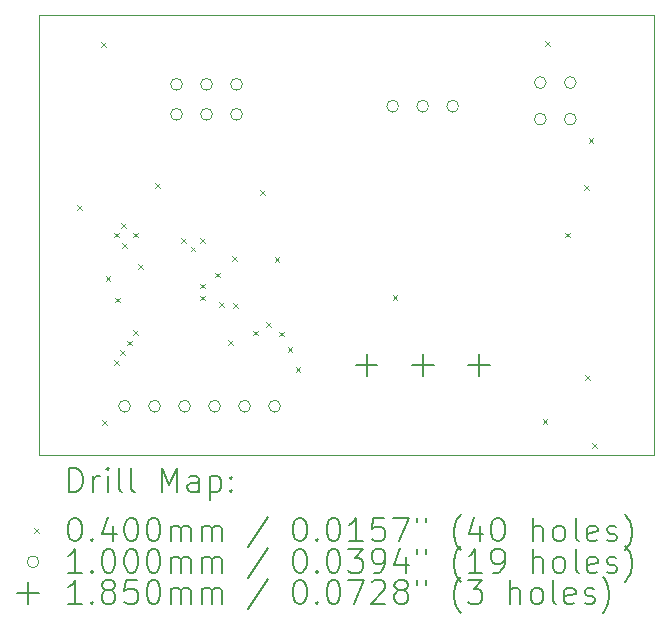
<source format=gbr>
%FSLAX45Y45*%
G04 Gerber Fmt 4.5, Leading zero omitted, Abs format (unit mm)*
G04 Created by KiCad (PCBNEW (6.0.1)) date 2022-09-26 11:52:51*
%MOMM*%
%LPD*%
G01*
G04 APERTURE LIST*
%TA.AperFunction,Profile*%
%ADD10C,0.100000*%
%TD*%
%ADD11C,0.200000*%
%ADD12C,0.040000*%
%ADD13C,0.100000*%
%ADD14C,0.185000*%
G04 APERTURE END LIST*
D10*
X16060000Y-7020000D02*
X21260000Y-7020000D01*
X21260000Y-7020000D02*
X21260000Y-10740000D01*
X21260000Y-10740000D02*
X16060000Y-10740000D01*
X16060000Y-10740000D02*
X16060000Y-7020000D01*
D11*
D12*
X16380000Y-8630000D02*
X16420000Y-8670000D01*
X16420000Y-8630000D02*
X16380000Y-8670000D01*
X16580000Y-7250000D02*
X16620000Y-7290000D01*
X16620000Y-7250000D02*
X16580000Y-7290000D01*
X16590000Y-10450000D02*
X16630000Y-10490000D01*
X16630000Y-10450000D02*
X16590000Y-10490000D01*
X16620000Y-9230000D02*
X16660000Y-9270000D01*
X16660000Y-9230000D02*
X16620000Y-9270000D01*
X16690000Y-8860000D02*
X16730000Y-8900000D01*
X16730000Y-8860000D02*
X16690000Y-8900000D01*
X16690000Y-9940000D02*
X16730000Y-9980000D01*
X16730000Y-9940000D02*
X16690000Y-9980000D01*
X16700000Y-9410000D02*
X16740000Y-9450000D01*
X16740000Y-9410000D02*
X16700000Y-9450000D01*
X16743000Y-9855200D02*
X16783000Y-9895200D01*
X16783000Y-9855200D02*
X16743000Y-9895200D01*
X16750000Y-8780000D02*
X16790000Y-8820000D01*
X16790000Y-8780000D02*
X16750000Y-8820000D01*
X16760000Y-8950000D02*
X16800000Y-8990000D01*
X16800000Y-8950000D02*
X16760000Y-8990000D01*
X16803406Y-9775506D02*
X16843406Y-9815506D01*
X16843406Y-9775506D02*
X16803406Y-9815506D01*
X16850000Y-8860000D02*
X16890000Y-8900000D01*
X16890000Y-8860000D02*
X16850000Y-8900000D01*
X16851255Y-9687697D02*
X16891255Y-9727697D01*
X16891255Y-9687697D02*
X16851255Y-9727697D01*
X16895000Y-9127690D02*
X16935000Y-9167690D01*
X16935000Y-9127690D02*
X16895000Y-9167690D01*
X17040000Y-8440000D02*
X17080000Y-8480000D01*
X17080000Y-8440000D02*
X17040000Y-8480000D01*
X17260000Y-8910000D02*
X17300000Y-8950000D01*
X17300000Y-8910000D02*
X17260000Y-8950000D01*
X17340000Y-8980000D02*
X17380000Y-9020000D01*
X17380000Y-8980000D02*
X17340000Y-9020000D01*
X17420000Y-8910000D02*
X17460000Y-8950000D01*
X17460000Y-8910000D02*
X17420000Y-8950000D01*
X17420000Y-9292500D02*
X17460000Y-9332500D01*
X17460000Y-9292500D02*
X17420000Y-9332500D01*
X17421265Y-9393765D02*
X17461265Y-9433765D01*
X17461265Y-9393765D02*
X17421265Y-9433765D01*
X17550000Y-9200000D02*
X17590000Y-9240000D01*
X17590000Y-9200000D02*
X17550000Y-9240000D01*
X17580000Y-9450000D02*
X17620000Y-9490000D01*
X17620000Y-9450000D02*
X17580000Y-9490000D01*
X17660000Y-9770000D02*
X17700000Y-9810000D01*
X17700000Y-9770000D02*
X17660000Y-9810000D01*
X17690000Y-9060000D02*
X17730000Y-9100000D01*
X17730000Y-9060000D02*
X17690000Y-9100000D01*
X17700000Y-9460000D02*
X17740000Y-9500000D01*
X17740000Y-9460000D02*
X17700000Y-9500000D01*
X17870000Y-9690000D02*
X17910000Y-9730000D01*
X17910000Y-9690000D02*
X17870000Y-9730000D01*
X17930000Y-8500000D02*
X17970000Y-8540000D01*
X17970000Y-8500000D02*
X17930000Y-8540000D01*
X17980000Y-9620000D02*
X18020000Y-9660000D01*
X18020000Y-9620000D02*
X17980000Y-9660000D01*
X18050000Y-9070000D02*
X18090000Y-9110000D01*
X18090000Y-9070000D02*
X18050000Y-9110000D01*
X18090000Y-9700000D02*
X18130000Y-9740000D01*
X18130000Y-9700000D02*
X18090000Y-9740000D01*
X18160000Y-9830000D02*
X18200000Y-9870000D01*
X18200000Y-9830000D02*
X18160000Y-9870000D01*
X18228735Y-10001265D02*
X18268735Y-10041265D01*
X18268735Y-10001265D02*
X18228735Y-10041265D01*
X19050000Y-9390000D02*
X19090000Y-9430000D01*
X19090000Y-9390000D02*
X19050000Y-9430000D01*
X20320000Y-10440000D02*
X20360000Y-10480000D01*
X20360000Y-10440000D02*
X20320000Y-10480000D01*
X20340000Y-7240000D02*
X20380000Y-7280000D01*
X20380000Y-7240000D02*
X20340000Y-7280000D01*
X20510000Y-8860000D02*
X20550000Y-8900000D01*
X20550000Y-8860000D02*
X20510000Y-8900000D01*
X20672500Y-8460000D02*
X20712500Y-8500000D01*
X20712500Y-8460000D02*
X20672500Y-8500000D01*
X20680000Y-10070000D02*
X20720000Y-10110000D01*
X20720000Y-10070000D02*
X20680000Y-10110000D01*
X20710000Y-8060000D02*
X20750000Y-8100000D01*
X20750000Y-8060000D02*
X20710000Y-8100000D01*
X20740000Y-10640000D02*
X20780000Y-10680000D01*
X20780000Y-10640000D02*
X20740000Y-10680000D01*
D13*
X16830000Y-10330000D02*
G75*
G03*
X16830000Y-10330000I-50000J0D01*
G01*
X17084000Y-10330000D02*
G75*
G03*
X17084000Y-10330000I-50000J0D01*
G01*
X17270000Y-7606000D02*
G75*
G03*
X17270000Y-7606000I-50000J0D01*
G01*
X17270000Y-7860000D02*
G75*
G03*
X17270000Y-7860000I-50000J0D01*
G01*
X17338000Y-10330000D02*
G75*
G03*
X17338000Y-10330000I-50000J0D01*
G01*
X17524000Y-7606000D02*
G75*
G03*
X17524000Y-7606000I-50000J0D01*
G01*
X17524000Y-7860000D02*
G75*
G03*
X17524000Y-7860000I-50000J0D01*
G01*
X17592000Y-10330000D02*
G75*
G03*
X17592000Y-10330000I-50000J0D01*
G01*
X17778000Y-7606000D02*
G75*
G03*
X17778000Y-7606000I-50000J0D01*
G01*
X17778000Y-7860000D02*
G75*
G03*
X17778000Y-7860000I-50000J0D01*
G01*
X17846000Y-10330000D02*
G75*
G03*
X17846000Y-10330000I-50000J0D01*
G01*
X18100000Y-10330000D02*
G75*
G03*
X18100000Y-10330000I-50000J0D01*
G01*
X19100000Y-7790000D02*
G75*
G03*
X19100000Y-7790000I-50000J0D01*
G01*
X19354000Y-7790000D02*
G75*
G03*
X19354000Y-7790000I-50000J0D01*
G01*
X19608000Y-7790000D02*
G75*
G03*
X19608000Y-7790000I-50000J0D01*
G01*
X20350000Y-7590000D02*
G75*
G03*
X20350000Y-7590000I-50000J0D01*
G01*
X20350000Y-7900000D02*
G75*
G03*
X20350000Y-7900000I-50000J0D01*
G01*
X20604000Y-7590000D02*
G75*
G03*
X20604000Y-7590000I-50000J0D01*
G01*
X20604000Y-7900000D02*
G75*
G03*
X20604000Y-7900000I-50000J0D01*
G01*
D14*
X18829000Y-9889700D02*
X18829000Y-10074700D01*
X18736500Y-9982200D02*
X18921500Y-9982200D01*
X19304000Y-9889700D02*
X19304000Y-10074700D01*
X19211500Y-9982200D02*
X19396500Y-9982200D01*
X19779000Y-9889700D02*
X19779000Y-10074700D01*
X19686500Y-9982200D02*
X19871500Y-9982200D01*
D11*
X16312619Y-11055476D02*
X16312619Y-10855476D01*
X16360238Y-10855476D01*
X16388809Y-10865000D01*
X16407857Y-10884048D01*
X16417381Y-10903095D01*
X16426905Y-10941190D01*
X16426905Y-10969762D01*
X16417381Y-11007857D01*
X16407857Y-11026905D01*
X16388809Y-11045952D01*
X16360238Y-11055476D01*
X16312619Y-11055476D01*
X16512619Y-11055476D02*
X16512619Y-10922143D01*
X16512619Y-10960238D02*
X16522143Y-10941190D01*
X16531667Y-10931667D01*
X16550714Y-10922143D01*
X16569762Y-10922143D01*
X16636428Y-11055476D02*
X16636428Y-10922143D01*
X16636428Y-10855476D02*
X16626905Y-10865000D01*
X16636428Y-10874524D01*
X16645952Y-10865000D01*
X16636428Y-10855476D01*
X16636428Y-10874524D01*
X16760238Y-11055476D02*
X16741190Y-11045952D01*
X16731667Y-11026905D01*
X16731667Y-10855476D01*
X16865000Y-11055476D02*
X16845952Y-11045952D01*
X16836429Y-11026905D01*
X16836429Y-10855476D01*
X17093571Y-11055476D02*
X17093571Y-10855476D01*
X17160238Y-10998333D01*
X17226905Y-10855476D01*
X17226905Y-11055476D01*
X17407857Y-11055476D02*
X17407857Y-10950714D01*
X17398333Y-10931667D01*
X17379286Y-10922143D01*
X17341190Y-10922143D01*
X17322143Y-10931667D01*
X17407857Y-11045952D02*
X17388810Y-11055476D01*
X17341190Y-11055476D01*
X17322143Y-11045952D01*
X17312619Y-11026905D01*
X17312619Y-11007857D01*
X17322143Y-10988810D01*
X17341190Y-10979286D01*
X17388810Y-10979286D01*
X17407857Y-10969762D01*
X17503095Y-10922143D02*
X17503095Y-11122143D01*
X17503095Y-10931667D02*
X17522143Y-10922143D01*
X17560238Y-10922143D01*
X17579286Y-10931667D01*
X17588810Y-10941190D01*
X17598333Y-10960238D01*
X17598333Y-11017381D01*
X17588810Y-11036429D01*
X17579286Y-11045952D01*
X17560238Y-11055476D01*
X17522143Y-11055476D01*
X17503095Y-11045952D01*
X17684048Y-11036429D02*
X17693571Y-11045952D01*
X17684048Y-11055476D01*
X17674524Y-11045952D01*
X17684048Y-11036429D01*
X17684048Y-11055476D01*
X17684048Y-10931667D02*
X17693571Y-10941190D01*
X17684048Y-10950714D01*
X17674524Y-10941190D01*
X17684048Y-10931667D01*
X17684048Y-10950714D01*
D12*
X16015000Y-11365000D02*
X16055000Y-11405000D01*
X16055000Y-11365000D02*
X16015000Y-11405000D01*
D11*
X16350714Y-11275476D02*
X16369762Y-11275476D01*
X16388809Y-11285000D01*
X16398333Y-11294524D01*
X16407857Y-11313571D01*
X16417381Y-11351667D01*
X16417381Y-11399286D01*
X16407857Y-11437381D01*
X16398333Y-11456428D01*
X16388809Y-11465952D01*
X16369762Y-11475476D01*
X16350714Y-11475476D01*
X16331667Y-11465952D01*
X16322143Y-11456428D01*
X16312619Y-11437381D01*
X16303095Y-11399286D01*
X16303095Y-11351667D01*
X16312619Y-11313571D01*
X16322143Y-11294524D01*
X16331667Y-11285000D01*
X16350714Y-11275476D01*
X16503095Y-11456428D02*
X16512619Y-11465952D01*
X16503095Y-11475476D01*
X16493571Y-11465952D01*
X16503095Y-11456428D01*
X16503095Y-11475476D01*
X16684048Y-11342143D02*
X16684048Y-11475476D01*
X16636428Y-11265952D02*
X16588809Y-11408809D01*
X16712619Y-11408809D01*
X16826905Y-11275476D02*
X16845952Y-11275476D01*
X16865000Y-11285000D01*
X16874524Y-11294524D01*
X16884048Y-11313571D01*
X16893571Y-11351667D01*
X16893571Y-11399286D01*
X16884048Y-11437381D01*
X16874524Y-11456428D01*
X16865000Y-11465952D01*
X16845952Y-11475476D01*
X16826905Y-11475476D01*
X16807857Y-11465952D01*
X16798333Y-11456428D01*
X16788810Y-11437381D01*
X16779286Y-11399286D01*
X16779286Y-11351667D01*
X16788810Y-11313571D01*
X16798333Y-11294524D01*
X16807857Y-11285000D01*
X16826905Y-11275476D01*
X17017381Y-11275476D02*
X17036429Y-11275476D01*
X17055476Y-11285000D01*
X17065000Y-11294524D01*
X17074524Y-11313571D01*
X17084048Y-11351667D01*
X17084048Y-11399286D01*
X17074524Y-11437381D01*
X17065000Y-11456428D01*
X17055476Y-11465952D01*
X17036429Y-11475476D01*
X17017381Y-11475476D01*
X16998333Y-11465952D01*
X16988810Y-11456428D01*
X16979286Y-11437381D01*
X16969762Y-11399286D01*
X16969762Y-11351667D01*
X16979286Y-11313571D01*
X16988810Y-11294524D01*
X16998333Y-11285000D01*
X17017381Y-11275476D01*
X17169762Y-11475476D02*
X17169762Y-11342143D01*
X17169762Y-11361190D02*
X17179286Y-11351667D01*
X17198333Y-11342143D01*
X17226905Y-11342143D01*
X17245952Y-11351667D01*
X17255476Y-11370714D01*
X17255476Y-11475476D01*
X17255476Y-11370714D02*
X17265000Y-11351667D01*
X17284048Y-11342143D01*
X17312619Y-11342143D01*
X17331667Y-11351667D01*
X17341190Y-11370714D01*
X17341190Y-11475476D01*
X17436429Y-11475476D02*
X17436429Y-11342143D01*
X17436429Y-11361190D02*
X17445952Y-11351667D01*
X17465000Y-11342143D01*
X17493571Y-11342143D01*
X17512619Y-11351667D01*
X17522143Y-11370714D01*
X17522143Y-11475476D01*
X17522143Y-11370714D02*
X17531667Y-11351667D01*
X17550714Y-11342143D01*
X17579286Y-11342143D01*
X17598333Y-11351667D01*
X17607857Y-11370714D01*
X17607857Y-11475476D01*
X17998333Y-11265952D02*
X17826905Y-11523095D01*
X18255476Y-11275476D02*
X18274524Y-11275476D01*
X18293571Y-11285000D01*
X18303095Y-11294524D01*
X18312619Y-11313571D01*
X18322143Y-11351667D01*
X18322143Y-11399286D01*
X18312619Y-11437381D01*
X18303095Y-11456428D01*
X18293571Y-11465952D01*
X18274524Y-11475476D01*
X18255476Y-11475476D01*
X18236429Y-11465952D01*
X18226905Y-11456428D01*
X18217381Y-11437381D01*
X18207857Y-11399286D01*
X18207857Y-11351667D01*
X18217381Y-11313571D01*
X18226905Y-11294524D01*
X18236429Y-11285000D01*
X18255476Y-11275476D01*
X18407857Y-11456428D02*
X18417381Y-11465952D01*
X18407857Y-11475476D01*
X18398333Y-11465952D01*
X18407857Y-11456428D01*
X18407857Y-11475476D01*
X18541190Y-11275476D02*
X18560238Y-11275476D01*
X18579286Y-11285000D01*
X18588810Y-11294524D01*
X18598333Y-11313571D01*
X18607857Y-11351667D01*
X18607857Y-11399286D01*
X18598333Y-11437381D01*
X18588810Y-11456428D01*
X18579286Y-11465952D01*
X18560238Y-11475476D01*
X18541190Y-11475476D01*
X18522143Y-11465952D01*
X18512619Y-11456428D01*
X18503095Y-11437381D01*
X18493571Y-11399286D01*
X18493571Y-11351667D01*
X18503095Y-11313571D01*
X18512619Y-11294524D01*
X18522143Y-11285000D01*
X18541190Y-11275476D01*
X18798333Y-11475476D02*
X18684048Y-11475476D01*
X18741190Y-11475476D02*
X18741190Y-11275476D01*
X18722143Y-11304048D01*
X18703095Y-11323095D01*
X18684048Y-11332619D01*
X18979286Y-11275476D02*
X18884048Y-11275476D01*
X18874524Y-11370714D01*
X18884048Y-11361190D01*
X18903095Y-11351667D01*
X18950714Y-11351667D01*
X18969762Y-11361190D01*
X18979286Y-11370714D01*
X18988810Y-11389762D01*
X18988810Y-11437381D01*
X18979286Y-11456428D01*
X18969762Y-11465952D01*
X18950714Y-11475476D01*
X18903095Y-11475476D01*
X18884048Y-11465952D01*
X18874524Y-11456428D01*
X19055476Y-11275476D02*
X19188810Y-11275476D01*
X19103095Y-11475476D01*
X19255476Y-11275476D02*
X19255476Y-11313571D01*
X19331667Y-11275476D02*
X19331667Y-11313571D01*
X19626905Y-11551667D02*
X19617381Y-11542143D01*
X19598333Y-11513571D01*
X19588810Y-11494524D01*
X19579286Y-11465952D01*
X19569762Y-11418333D01*
X19569762Y-11380238D01*
X19579286Y-11332619D01*
X19588810Y-11304048D01*
X19598333Y-11285000D01*
X19617381Y-11256428D01*
X19626905Y-11246905D01*
X19788810Y-11342143D02*
X19788810Y-11475476D01*
X19741190Y-11265952D02*
X19693571Y-11408809D01*
X19817381Y-11408809D01*
X19931667Y-11275476D02*
X19950714Y-11275476D01*
X19969762Y-11285000D01*
X19979286Y-11294524D01*
X19988810Y-11313571D01*
X19998333Y-11351667D01*
X19998333Y-11399286D01*
X19988810Y-11437381D01*
X19979286Y-11456428D01*
X19969762Y-11465952D01*
X19950714Y-11475476D01*
X19931667Y-11475476D01*
X19912619Y-11465952D01*
X19903095Y-11456428D01*
X19893571Y-11437381D01*
X19884048Y-11399286D01*
X19884048Y-11351667D01*
X19893571Y-11313571D01*
X19903095Y-11294524D01*
X19912619Y-11285000D01*
X19931667Y-11275476D01*
X20236429Y-11475476D02*
X20236429Y-11275476D01*
X20322143Y-11475476D02*
X20322143Y-11370714D01*
X20312619Y-11351667D01*
X20293571Y-11342143D01*
X20265000Y-11342143D01*
X20245952Y-11351667D01*
X20236429Y-11361190D01*
X20445952Y-11475476D02*
X20426905Y-11465952D01*
X20417381Y-11456428D01*
X20407857Y-11437381D01*
X20407857Y-11380238D01*
X20417381Y-11361190D01*
X20426905Y-11351667D01*
X20445952Y-11342143D01*
X20474524Y-11342143D01*
X20493571Y-11351667D01*
X20503095Y-11361190D01*
X20512619Y-11380238D01*
X20512619Y-11437381D01*
X20503095Y-11456428D01*
X20493571Y-11465952D01*
X20474524Y-11475476D01*
X20445952Y-11475476D01*
X20626905Y-11475476D02*
X20607857Y-11465952D01*
X20598333Y-11446905D01*
X20598333Y-11275476D01*
X20779286Y-11465952D02*
X20760238Y-11475476D01*
X20722143Y-11475476D01*
X20703095Y-11465952D01*
X20693571Y-11446905D01*
X20693571Y-11370714D01*
X20703095Y-11351667D01*
X20722143Y-11342143D01*
X20760238Y-11342143D01*
X20779286Y-11351667D01*
X20788810Y-11370714D01*
X20788810Y-11389762D01*
X20693571Y-11408809D01*
X20865000Y-11465952D02*
X20884048Y-11475476D01*
X20922143Y-11475476D01*
X20941190Y-11465952D01*
X20950714Y-11446905D01*
X20950714Y-11437381D01*
X20941190Y-11418333D01*
X20922143Y-11408809D01*
X20893571Y-11408809D01*
X20874524Y-11399286D01*
X20865000Y-11380238D01*
X20865000Y-11370714D01*
X20874524Y-11351667D01*
X20893571Y-11342143D01*
X20922143Y-11342143D01*
X20941190Y-11351667D01*
X21017381Y-11551667D02*
X21026905Y-11542143D01*
X21045952Y-11513571D01*
X21055476Y-11494524D01*
X21065000Y-11465952D01*
X21074524Y-11418333D01*
X21074524Y-11380238D01*
X21065000Y-11332619D01*
X21055476Y-11304048D01*
X21045952Y-11285000D01*
X21026905Y-11256428D01*
X21017381Y-11246905D01*
D13*
X16055000Y-11649000D02*
G75*
G03*
X16055000Y-11649000I-50000J0D01*
G01*
D11*
X16417381Y-11739476D02*
X16303095Y-11739476D01*
X16360238Y-11739476D02*
X16360238Y-11539476D01*
X16341190Y-11568048D01*
X16322143Y-11587095D01*
X16303095Y-11596619D01*
X16503095Y-11720428D02*
X16512619Y-11729952D01*
X16503095Y-11739476D01*
X16493571Y-11729952D01*
X16503095Y-11720428D01*
X16503095Y-11739476D01*
X16636428Y-11539476D02*
X16655476Y-11539476D01*
X16674524Y-11549000D01*
X16684048Y-11558524D01*
X16693571Y-11577571D01*
X16703095Y-11615667D01*
X16703095Y-11663286D01*
X16693571Y-11701381D01*
X16684048Y-11720428D01*
X16674524Y-11729952D01*
X16655476Y-11739476D01*
X16636428Y-11739476D01*
X16617381Y-11729952D01*
X16607857Y-11720428D01*
X16598333Y-11701381D01*
X16588809Y-11663286D01*
X16588809Y-11615667D01*
X16598333Y-11577571D01*
X16607857Y-11558524D01*
X16617381Y-11549000D01*
X16636428Y-11539476D01*
X16826905Y-11539476D02*
X16845952Y-11539476D01*
X16865000Y-11549000D01*
X16874524Y-11558524D01*
X16884048Y-11577571D01*
X16893571Y-11615667D01*
X16893571Y-11663286D01*
X16884048Y-11701381D01*
X16874524Y-11720428D01*
X16865000Y-11729952D01*
X16845952Y-11739476D01*
X16826905Y-11739476D01*
X16807857Y-11729952D01*
X16798333Y-11720428D01*
X16788810Y-11701381D01*
X16779286Y-11663286D01*
X16779286Y-11615667D01*
X16788810Y-11577571D01*
X16798333Y-11558524D01*
X16807857Y-11549000D01*
X16826905Y-11539476D01*
X17017381Y-11539476D02*
X17036429Y-11539476D01*
X17055476Y-11549000D01*
X17065000Y-11558524D01*
X17074524Y-11577571D01*
X17084048Y-11615667D01*
X17084048Y-11663286D01*
X17074524Y-11701381D01*
X17065000Y-11720428D01*
X17055476Y-11729952D01*
X17036429Y-11739476D01*
X17017381Y-11739476D01*
X16998333Y-11729952D01*
X16988810Y-11720428D01*
X16979286Y-11701381D01*
X16969762Y-11663286D01*
X16969762Y-11615667D01*
X16979286Y-11577571D01*
X16988810Y-11558524D01*
X16998333Y-11549000D01*
X17017381Y-11539476D01*
X17169762Y-11739476D02*
X17169762Y-11606143D01*
X17169762Y-11625190D02*
X17179286Y-11615667D01*
X17198333Y-11606143D01*
X17226905Y-11606143D01*
X17245952Y-11615667D01*
X17255476Y-11634714D01*
X17255476Y-11739476D01*
X17255476Y-11634714D02*
X17265000Y-11615667D01*
X17284048Y-11606143D01*
X17312619Y-11606143D01*
X17331667Y-11615667D01*
X17341190Y-11634714D01*
X17341190Y-11739476D01*
X17436429Y-11739476D02*
X17436429Y-11606143D01*
X17436429Y-11625190D02*
X17445952Y-11615667D01*
X17465000Y-11606143D01*
X17493571Y-11606143D01*
X17512619Y-11615667D01*
X17522143Y-11634714D01*
X17522143Y-11739476D01*
X17522143Y-11634714D02*
X17531667Y-11615667D01*
X17550714Y-11606143D01*
X17579286Y-11606143D01*
X17598333Y-11615667D01*
X17607857Y-11634714D01*
X17607857Y-11739476D01*
X17998333Y-11529952D02*
X17826905Y-11787095D01*
X18255476Y-11539476D02*
X18274524Y-11539476D01*
X18293571Y-11549000D01*
X18303095Y-11558524D01*
X18312619Y-11577571D01*
X18322143Y-11615667D01*
X18322143Y-11663286D01*
X18312619Y-11701381D01*
X18303095Y-11720428D01*
X18293571Y-11729952D01*
X18274524Y-11739476D01*
X18255476Y-11739476D01*
X18236429Y-11729952D01*
X18226905Y-11720428D01*
X18217381Y-11701381D01*
X18207857Y-11663286D01*
X18207857Y-11615667D01*
X18217381Y-11577571D01*
X18226905Y-11558524D01*
X18236429Y-11549000D01*
X18255476Y-11539476D01*
X18407857Y-11720428D02*
X18417381Y-11729952D01*
X18407857Y-11739476D01*
X18398333Y-11729952D01*
X18407857Y-11720428D01*
X18407857Y-11739476D01*
X18541190Y-11539476D02*
X18560238Y-11539476D01*
X18579286Y-11549000D01*
X18588810Y-11558524D01*
X18598333Y-11577571D01*
X18607857Y-11615667D01*
X18607857Y-11663286D01*
X18598333Y-11701381D01*
X18588810Y-11720428D01*
X18579286Y-11729952D01*
X18560238Y-11739476D01*
X18541190Y-11739476D01*
X18522143Y-11729952D01*
X18512619Y-11720428D01*
X18503095Y-11701381D01*
X18493571Y-11663286D01*
X18493571Y-11615667D01*
X18503095Y-11577571D01*
X18512619Y-11558524D01*
X18522143Y-11549000D01*
X18541190Y-11539476D01*
X18674524Y-11539476D02*
X18798333Y-11539476D01*
X18731667Y-11615667D01*
X18760238Y-11615667D01*
X18779286Y-11625190D01*
X18788810Y-11634714D01*
X18798333Y-11653762D01*
X18798333Y-11701381D01*
X18788810Y-11720428D01*
X18779286Y-11729952D01*
X18760238Y-11739476D01*
X18703095Y-11739476D01*
X18684048Y-11729952D01*
X18674524Y-11720428D01*
X18893571Y-11739476D02*
X18931667Y-11739476D01*
X18950714Y-11729952D01*
X18960238Y-11720428D01*
X18979286Y-11691857D01*
X18988810Y-11653762D01*
X18988810Y-11577571D01*
X18979286Y-11558524D01*
X18969762Y-11549000D01*
X18950714Y-11539476D01*
X18912619Y-11539476D01*
X18893571Y-11549000D01*
X18884048Y-11558524D01*
X18874524Y-11577571D01*
X18874524Y-11625190D01*
X18884048Y-11644238D01*
X18893571Y-11653762D01*
X18912619Y-11663286D01*
X18950714Y-11663286D01*
X18969762Y-11653762D01*
X18979286Y-11644238D01*
X18988810Y-11625190D01*
X19160238Y-11606143D02*
X19160238Y-11739476D01*
X19112619Y-11529952D02*
X19065000Y-11672809D01*
X19188810Y-11672809D01*
X19255476Y-11539476D02*
X19255476Y-11577571D01*
X19331667Y-11539476D02*
X19331667Y-11577571D01*
X19626905Y-11815667D02*
X19617381Y-11806143D01*
X19598333Y-11777571D01*
X19588810Y-11758524D01*
X19579286Y-11729952D01*
X19569762Y-11682333D01*
X19569762Y-11644238D01*
X19579286Y-11596619D01*
X19588810Y-11568048D01*
X19598333Y-11549000D01*
X19617381Y-11520428D01*
X19626905Y-11510905D01*
X19807857Y-11739476D02*
X19693571Y-11739476D01*
X19750714Y-11739476D02*
X19750714Y-11539476D01*
X19731667Y-11568048D01*
X19712619Y-11587095D01*
X19693571Y-11596619D01*
X19903095Y-11739476D02*
X19941190Y-11739476D01*
X19960238Y-11729952D01*
X19969762Y-11720428D01*
X19988810Y-11691857D01*
X19998333Y-11653762D01*
X19998333Y-11577571D01*
X19988810Y-11558524D01*
X19979286Y-11549000D01*
X19960238Y-11539476D01*
X19922143Y-11539476D01*
X19903095Y-11549000D01*
X19893571Y-11558524D01*
X19884048Y-11577571D01*
X19884048Y-11625190D01*
X19893571Y-11644238D01*
X19903095Y-11653762D01*
X19922143Y-11663286D01*
X19960238Y-11663286D01*
X19979286Y-11653762D01*
X19988810Y-11644238D01*
X19998333Y-11625190D01*
X20236429Y-11739476D02*
X20236429Y-11539476D01*
X20322143Y-11739476D02*
X20322143Y-11634714D01*
X20312619Y-11615667D01*
X20293571Y-11606143D01*
X20265000Y-11606143D01*
X20245952Y-11615667D01*
X20236429Y-11625190D01*
X20445952Y-11739476D02*
X20426905Y-11729952D01*
X20417381Y-11720428D01*
X20407857Y-11701381D01*
X20407857Y-11644238D01*
X20417381Y-11625190D01*
X20426905Y-11615667D01*
X20445952Y-11606143D01*
X20474524Y-11606143D01*
X20493571Y-11615667D01*
X20503095Y-11625190D01*
X20512619Y-11644238D01*
X20512619Y-11701381D01*
X20503095Y-11720428D01*
X20493571Y-11729952D01*
X20474524Y-11739476D01*
X20445952Y-11739476D01*
X20626905Y-11739476D02*
X20607857Y-11729952D01*
X20598333Y-11710905D01*
X20598333Y-11539476D01*
X20779286Y-11729952D02*
X20760238Y-11739476D01*
X20722143Y-11739476D01*
X20703095Y-11729952D01*
X20693571Y-11710905D01*
X20693571Y-11634714D01*
X20703095Y-11615667D01*
X20722143Y-11606143D01*
X20760238Y-11606143D01*
X20779286Y-11615667D01*
X20788810Y-11634714D01*
X20788810Y-11653762D01*
X20693571Y-11672809D01*
X20865000Y-11729952D02*
X20884048Y-11739476D01*
X20922143Y-11739476D01*
X20941190Y-11729952D01*
X20950714Y-11710905D01*
X20950714Y-11701381D01*
X20941190Y-11682333D01*
X20922143Y-11672809D01*
X20893571Y-11672809D01*
X20874524Y-11663286D01*
X20865000Y-11644238D01*
X20865000Y-11634714D01*
X20874524Y-11615667D01*
X20893571Y-11606143D01*
X20922143Y-11606143D01*
X20941190Y-11615667D01*
X21017381Y-11815667D02*
X21026905Y-11806143D01*
X21045952Y-11777571D01*
X21055476Y-11758524D01*
X21065000Y-11729952D01*
X21074524Y-11682333D01*
X21074524Y-11644238D01*
X21065000Y-11596619D01*
X21055476Y-11568048D01*
X21045952Y-11549000D01*
X21026905Y-11520428D01*
X21017381Y-11510905D01*
D14*
X15962500Y-11820500D02*
X15962500Y-12005500D01*
X15870000Y-11913000D02*
X16055000Y-11913000D01*
D11*
X16417381Y-12003476D02*
X16303095Y-12003476D01*
X16360238Y-12003476D02*
X16360238Y-11803476D01*
X16341190Y-11832048D01*
X16322143Y-11851095D01*
X16303095Y-11860619D01*
X16503095Y-11984428D02*
X16512619Y-11993952D01*
X16503095Y-12003476D01*
X16493571Y-11993952D01*
X16503095Y-11984428D01*
X16503095Y-12003476D01*
X16626905Y-11889190D02*
X16607857Y-11879667D01*
X16598333Y-11870143D01*
X16588809Y-11851095D01*
X16588809Y-11841571D01*
X16598333Y-11822524D01*
X16607857Y-11813000D01*
X16626905Y-11803476D01*
X16665000Y-11803476D01*
X16684048Y-11813000D01*
X16693571Y-11822524D01*
X16703095Y-11841571D01*
X16703095Y-11851095D01*
X16693571Y-11870143D01*
X16684048Y-11879667D01*
X16665000Y-11889190D01*
X16626905Y-11889190D01*
X16607857Y-11898714D01*
X16598333Y-11908238D01*
X16588809Y-11927286D01*
X16588809Y-11965381D01*
X16598333Y-11984428D01*
X16607857Y-11993952D01*
X16626905Y-12003476D01*
X16665000Y-12003476D01*
X16684048Y-11993952D01*
X16693571Y-11984428D01*
X16703095Y-11965381D01*
X16703095Y-11927286D01*
X16693571Y-11908238D01*
X16684048Y-11898714D01*
X16665000Y-11889190D01*
X16884048Y-11803476D02*
X16788810Y-11803476D01*
X16779286Y-11898714D01*
X16788810Y-11889190D01*
X16807857Y-11879667D01*
X16855476Y-11879667D01*
X16874524Y-11889190D01*
X16884048Y-11898714D01*
X16893571Y-11917762D01*
X16893571Y-11965381D01*
X16884048Y-11984428D01*
X16874524Y-11993952D01*
X16855476Y-12003476D01*
X16807857Y-12003476D01*
X16788810Y-11993952D01*
X16779286Y-11984428D01*
X17017381Y-11803476D02*
X17036429Y-11803476D01*
X17055476Y-11813000D01*
X17065000Y-11822524D01*
X17074524Y-11841571D01*
X17084048Y-11879667D01*
X17084048Y-11927286D01*
X17074524Y-11965381D01*
X17065000Y-11984428D01*
X17055476Y-11993952D01*
X17036429Y-12003476D01*
X17017381Y-12003476D01*
X16998333Y-11993952D01*
X16988810Y-11984428D01*
X16979286Y-11965381D01*
X16969762Y-11927286D01*
X16969762Y-11879667D01*
X16979286Y-11841571D01*
X16988810Y-11822524D01*
X16998333Y-11813000D01*
X17017381Y-11803476D01*
X17169762Y-12003476D02*
X17169762Y-11870143D01*
X17169762Y-11889190D02*
X17179286Y-11879667D01*
X17198333Y-11870143D01*
X17226905Y-11870143D01*
X17245952Y-11879667D01*
X17255476Y-11898714D01*
X17255476Y-12003476D01*
X17255476Y-11898714D02*
X17265000Y-11879667D01*
X17284048Y-11870143D01*
X17312619Y-11870143D01*
X17331667Y-11879667D01*
X17341190Y-11898714D01*
X17341190Y-12003476D01*
X17436429Y-12003476D02*
X17436429Y-11870143D01*
X17436429Y-11889190D02*
X17445952Y-11879667D01*
X17465000Y-11870143D01*
X17493571Y-11870143D01*
X17512619Y-11879667D01*
X17522143Y-11898714D01*
X17522143Y-12003476D01*
X17522143Y-11898714D02*
X17531667Y-11879667D01*
X17550714Y-11870143D01*
X17579286Y-11870143D01*
X17598333Y-11879667D01*
X17607857Y-11898714D01*
X17607857Y-12003476D01*
X17998333Y-11793952D02*
X17826905Y-12051095D01*
X18255476Y-11803476D02*
X18274524Y-11803476D01*
X18293571Y-11813000D01*
X18303095Y-11822524D01*
X18312619Y-11841571D01*
X18322143Y-11879667D01*
X18322143Y-11927286D01*
X18312619Y-11965381D01*
X18303095Y-11984428D01*
X18293571Y-11993952D01*
X18274524Y-12003476D01*
X18255476Y-12003476D01*
X18236429Y-11993952D01*
X18226905Y-11984428D01*
X18217381Y-11965381D01*
X18207857Y-11927286D01*
X18207857Y-11879667D01*
X18217381Y-11841571D01*
X18226905Y-11822524D01*
X18236429Y-11813000D01*
X18255476Y-11803476D01*
X18407857Y-11984428D02*
X18417381Y-11993952D01*
X18407857Y-12003476D01*
X18398333Y-11993952D01*
X18407857Y-11984428D01*
X18407857Y-12003476D01*
X18541190Y-11803476D02*
X18560238Y-11803476D01*
X18579286Y-11813000D01*
X18588810Y-11822524D01*
X18598333Y-11841571D01*
X18607857Y-11879667D01*
X18607857Y-11927286D01*
X18598333Y-11965381D01*
X18588810Y-11984428D01*
X18579286Y-11993952D01*
X18560238Y-12003476D01*
X18541190Y-12003476D01*
X18522143Y-11993952D01*
X18512619Y-11984428D01*
X18503095Y-11965381D01*
X18493571Y-11927286D01*
X18493571Y-11879667D01*
X18503095Y-11841571D01*
X18512619Y-11822524D01*
X18522143Y-11813000D01*
X18541190Y-11803476D01*
X18674524Y-11803476D02*
X18807857Y-11803476D01*
X18722143Y-12003476D01*
X18874524Y-11822524D02*
X18884048Y-11813000D01*
X18903095Y-11803476D01*
X18950714Y-11803476D01*
X18969762Y-11813000D01*
X18979286Y-11822524D01*
X18988810Y-11841571D01*
X18988810Y-11860619D01*
X18979286Y-11889190D01*
X18865000Y-12003476D01*
X18988810Y-12003476D01*
X19103095Y-11889190D02*
X19084048Y-11879667D01*
X19074524Y-11870143D01*
X19065000Y-11851095D01*
X19065000Y-11841571D01*
X19074524Y-11822524D01*
X19084048Y-11813000D01*
X19103095Y-11803476D01*
X19141190Y-11803476D01*
X19160238Y-11813000D01*
X19169762Y-11822524D01*
X19179286Y-11841571D01*
X19179286Y-11851095D01*
X19169762Y-11870143D01*
X19160238Y-11879667D01*
X19141190Y-11889190D01*
X19103095Y-11889190D01*
X19084048Y-11898714D01*
X19074524Y-11908238D01*
X19065000Y-11927286D01*
X19065000Y-11965381D01*
X19074524Y-11984428D01*
X19084048Y-11993952D01*
X19103095Y-12003476D01*
X19141190Y-12003476D01*
X19160238Y-11993952D01*
X19169762Y-11984428D01*
X19179286Y-11965381D01*
X19179286Y-11927286D01*
X19169762Y-11908238D01*
X19160238Y-11898714D01*
X19141190Y-11889190D01*
X19255476Y-11803476D02*
X19255476Y-11841571D01*
X19331667Y-11803476D02*
X19331667Y-11841571D01*
X19626905Y-12079667D02*
X19617381Y-12070143D01*
X19598333Y-12041571D01*
X19588810Y-12022524D01*
X19579286Y-11993952D01*
X19569762Y-11946333D01*
X19569762Y-11908238D01*
X19579286Y-11860619D01*
X19588810Y-11832048D01*
X19598333Y-11813000D01*
X19617381Y-11784428D01*
X19626905Y-11774905D01*
X19684048Y-11803476D02*
X19807857Y-11803476D01*
X19741190Y-11879667D01*
X19769762Y-11879667D01*
X19788810Y-11889190D01*
X19798333Y-11898714D01*
X19807857Y-11917762D01*
X19807857Y-11965381D01*
X19798333Y-11984428D01*
X19788810Y-11993952D01*
X19769762Y-12003476D01*
X19712619Y-12003476D01*
X19693571Y-11993952D01*
X19684048Y-11984428D01*
X20045952Y-12003476D02*
X20045952Y-11803476D01*
X20131667Y-12003476D02*
X20131667Y-11898714D01*
X20122143Y-11879667D01*
X20103095Y-11870143D01*
X20074524Y-11870143D01*
X20055476Y-11879667D01*
X20045952Y-11889190D01*
X20255476Y-12003476D02*
X20236429Y-11993952D01*
X20226905Y-11984428D01*
X20217381Y-11965381D01*
X20217381Y-11908238D01*
X20226905Y-11889190D01*
X20236429Y-11879667D01*
X20255476Y-11870143D01*
X20284048Y-11870143D01*
X20303095Y-11879667D01*
X20312619Y-11889190D01*
X20322143Y-11908238D01*
X20322143Y-11965381D01*
X20312619Y-11984428D01*
X20303095Y-11993952D01*
X20284048Y-12003476D01*
X20255476Y-12003476D01*
X20436429Y-12003476D02*
X20417381Y-11993952D01*
X20407857Y-11974905D01*
X20407857Y-11803476D01*
X20588810Y-11993952D02*
X20569762Y-12003476D01*
X20531667Y-12003476D01*
X20512619Y-11993952D01*
X20503095Y-11974905D01*
X20503095Y-11898714D01*
X20512619Y-11879667D01*
X20531667Y-11870143D01*
X20569762Y-11870143D01*
X20588810Y-11879667D01*
X20598333Y-11898714D01*
X20598333Y-11917762D01*
X20503095Y-11936809D01*
X20674524Y-11993952D02*
X20693571Y-12003476D01*
X20731667Y-12003476D01*
X20750714Y-11993952D01*
X20760238Y-11974905D01*
X20760238Y-11965381D01*
X20750714Y-11946333D01*
X20731667Y-11936809D01*
X20703095Y-11936809D01*
X20684048Y-11927286D01*
X20674524Y-11908238D01*
X20674524Y-11898714D01*
X20684048Y-11879667D01*
X20703095Y-11870143D01*
X20731667Y-11870143D01*
X20750714Y-11879667D01*
X20826905Y-12079667D02*
X20836429Y-12070143D01*
X20855476Y-12041571D01*
X20865000Y-12022524D01*
X20874524Y-11993952D01*
X20884048Y-11946333D01*
X20884048Y-11908238D01*
X20874524Y-11860619D01*
X20865000Y-11832048D01*
X20855476Y-11813000D01*
X20836429Y-11784428D01*
X20826905Y-11774905D01*
M02*

</source>
